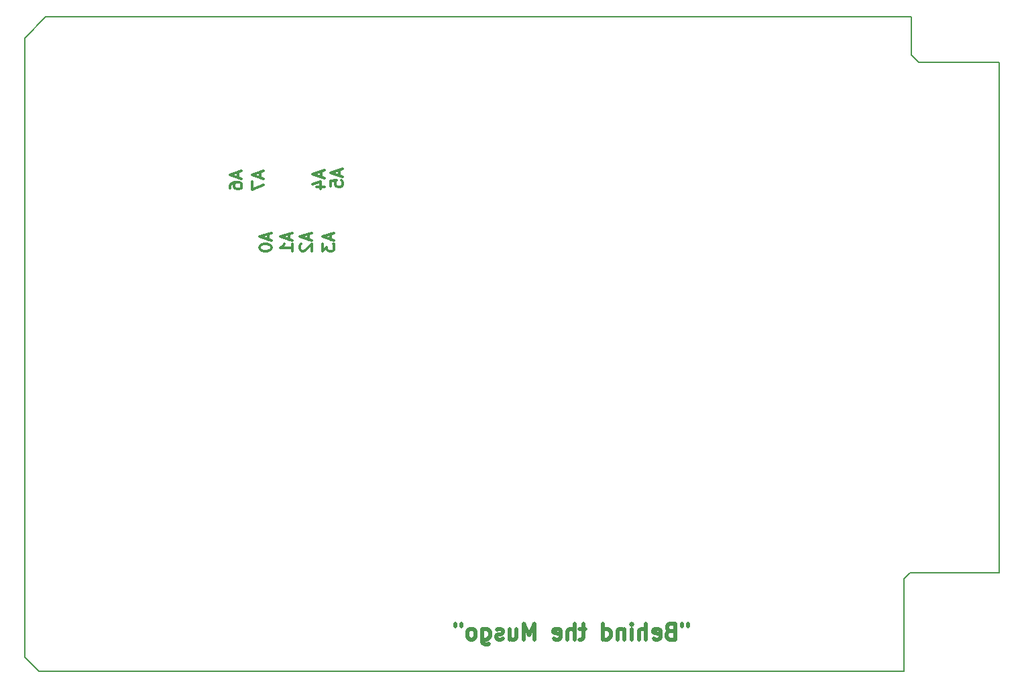
<source format=gbr>
%TF.GenerationSoftware,KiCad,Pcbnew,6.0.2+dfsg-1*%
%TF.CreationDate,2023-03-10T19:28:33+01:00*%
%TF.ProjectId,BtMusgo,42744d75-7367-46f2-9e6b-696361645f70,rev?*%
%TF.SameCoordinates,Original*%
%TF.FileFunction,Legend,Bot*%
%TF.FilePolarity,Positive*%
%FSLAX46Y46*%
G04 Gerber Fmt 4.6, Leading zero omitted, Abs format (unit mm)*
G04 Created by KiCad (PCBNEW 6.0.2+dfsg-1) date 2023-03-10 19:28:33*
%MOMM*%
%LPD*%
G01*
G04 APERTURE LIST*
%TA.AperFunction,Profile*%
%ADD10C,0.150000*%
%TD*%
%ADD11C,0.500000*%
%ADD12C,0.300000*%
%ADD13C,6.400000*%
%ADD14C,0.800000*%
%ADD15R,1.700000X1.700000*%
%ADD16O,1.700000X1.700000*%
%ADD17O,1.501140X2.199640*%
%ADD18R,2.500000X2.500000*%
%ADD19C,2.500000*%
%ADD20C,1.520000*%
%ADD21R,1.520000X1.520000*%
%ADD22C,1.600000*%
%ADD23O,1.600000X1.600000*%
%ADD24R,2.400000X1.600000*%
%ADD25O,2.400000X1.600000*%
%ADD26O,2.032000X2.540000*%
%ADD27R,2.000000X2.000000*%
%ADD28C,2.000000*%
G04 APERTURE END LIST*
D10*
X236067600Y-74930000D02*
X235153200Y-74066400D01*
X246227600Y-74930000D02*
X236067600Y-74930000D01*
X234950000Y-139496979D02*
X234238800Y-140208179D01*
X246227600Y-139496979D02*
X234950000Y-139496979D01*
D11*
X206992285Y-145907261D02*
X206992285Y-146288214D01*
X206230380Y-145907261D02*
X206230380Y-146288214D01*
X204706571Y-146859642D02*
X204420857Y-146954880D01*
X204325619Y-147050119D01*
X204230380Y-147240595D01*
X204230380Y-147526309D01*
X204325619Y-147716785D01*
X204420857Y-147812023D01*
X204611333Y-147907261D01*
X205373238Y-147907261D01*
X205373238Y-145907261D01*
X204706571Y-145907261D01*
X204516095Y-146002500D01*
X204420857Y-146097738D01*
X204325619Y-146288214D01*
X204325619Y-146478690D01*
X204420857Y-146669166D01*
X204516095Y-146764404D01*
X204706571Y-146859642D01*
X205373238Y-146859642D01*
X202611333Y-147812023D02*
X202801809Y-147907261D01*
X203182761Y-147907261D01*
X203373238Y-147812023D01*
X203468476Y-147621547D01*
X203468476Y-146859642D01*
X203373238Y-146669166D01*
X203182761Y-146573928D01*
X202801809Y-146573928D01*
X202611333Y-146669166D01*
X202516095Y-146859642D01*
X202516095Y-147050119D01*
X203468476Y-147240595D01*
X201658952Y-147907261D02*
X201658952Y-145907261D01*
X200801809Y-147907261D02*
X200801809Y-146859642D01*
X200897047Y-146669166D01*
X201087523Y-146573928D01*
X201373238Y-146573928D01*
X201563714Y-146669166D01*
X201658952Y-146764404D01*
X199849428Y-147907261D02*
X199849428Y-146573928D01*
X199849428Y-145907261D02*
X199944666Y-146002500D01*
X199849428Y-146097738D01*
X199754190Y-146002500D01*
X199849428Y-145907261D01*
X199849428Y-146097738D01*
X198897047Y-146573928D02*
X198897047Y-147907261D01*
X198897047Y-146764404D02*
X198801809Y-146669166D01*
X198611333Y-146573928D01*
X198325619Y-146573928D01*
X198135142Y-146669166D01*
X198039904Y-146859642D01*
X198039904Y-147907261D01*
X196230380Y-147907261D02*
X196230380Y-145907261D01*
X196230380Y-147812023D02*
X196420857Y-147907261D01*
X196801809Y-147907261D01*
X196992285Y-147812023D01*
X197087523Y-147716785D01*
X197182761Y-147526309D01*
X197182761Y-146954880D01*
X197087523Y-146764404D01*
X196992285Y-146669166D01*
X196801809Y-146573928D01*
X196420857Y-146573928D01*
X196230380Y-146669166D01*
X194039904Y-146573928D02*
X193278000Y-146573928D01*
X193754190Y-145907261D02*
X193754190Y-147621547D01*
X193658952Y-147812023D01*
X193468476Y-147907261D01*
X193278000Y-147907261D01*
X192611333Y-147907261D02*
X192611333Y-145907261D01*
X191754190Y-147907261D02*
X191754190Y-146859642D01*
X191849428Y-146669166D01*
X192039904Y-146573928D01*
X192325619Y-146573928D01*
X192516095Y-146669166D01*
X192611333Y-146764404D01*
X190039904Y-147812023D02*
X190230380Y-147907261D01*
X190611333Y-147907261D01*
X190801809Y-147812023D01*
X190897047Y-147621547D01*
X190897047Y-146859642D01*
X190801809Y-146669166D01*
X190611333Y-146573928D01*
X190230380Y-146573928D01*
X190039904Y-146669166D01*
X189944666Y-146859642D01*
X189944666Y-147050119D01*
X190897047Y-147240595D01*
X187563714Y-147907261D02*
X187563714Y-145907261D01*
X186897047Y-147335833D01*
X186230380Y-145907261D01*
X186230380Y-147907261D01*
X184420857Y-146573928D02*
X184420857Y-147907261D01*
X185278000Y-146573928D02*
X185278000Y-147621547D01*
X185182761Y-147812023D01*
X184992285Y-147907261D01*
X184706571Y-147907261D01*
X184516095Y-147812023D01*
X184420857Y-147716785D01*
X183563714Y-147812023D02*
X183373238Y-147907261D01*
X182992285Y-147907261D01*
X182801809Y-147812023D01*
X182706571Y-147621547D01*
X182706571Y-147526309D01*
X182801809Y-147335833D01*
X182992285Y-147240595D01*
X183278000Y-147240595D01*
X183468476Y-147145357D01*
X183563714Y-146954880D01*
X183563714Y-146859642D01*
X183468476Y-146669166D01*
X183278000Y-146573928D01*
X182992285Y-146573928D01*
X182801809Y-146669166D01*
X180992285Y-146573928D02*
X180992285Y-148192976D01*
X181087523Y-148383452D01*
X181182761Y-148478690D01*
X181373238Y-148573928D01*
X181658952Y-148573928D01*
X181849428Y-148478690D01*
X180992285Y-147812023D02*
X181182761Y-147907261D01*
X181563714Y-147907261D01*
X181754190Y-147812023D01*
X181849428Y-147716785D01*
X181944666Y-147526309D01*
X181944666Y-146954880D01*
X181849428Y-146764404D01*
X181754190Y-146669166D01*
X181563714Y-146573928D01*
X181182761Y-146573928D01*
X180992285Y-146669166D01*
X179754190Y-147907261D02*
X179944666Y-147812023D01*
X180039904Y-147716785D01*
X180135142Y-147526309D01*
X180135142Y-146954880D01*
X180039904Y-146764404D01*
X179944666Y-146669166D01*
X179754190Y-146573928D01*
X179468476Y-146573928D01*
X179278000Y-146669166D01*
X179182761Y-146764404D01*
X179087523Y-146954880D01*
X179087523Y-147526309D01*
X179182761Y-147716785D01*
X179278000Y-147812023D01*
X179468476Y-147907261D01*
X179754190Y-147907261D01*
X178325619Y-145907261D02*
X178325619Y-146288214D01*
X177563714Y-145907261D02*
X177563714Y-146288214D01*
D12*
X153920000Y-96655071D02*
X153920000Y-97369357D01*
X154348571Y-96512214D02*
X152848571Y-97012214D01*
X154348571Y-97512214D01*
X152848571Y-98297928D02*
X152848571Y-98440785D01*
X152920000Y-98583642D01*
X152991428Y-98655071D01*
X153134285Y-98726500D01*
X153420000Y-98797928D01*
X153777142Y-98797928D01*
X154062857Y-98726500D01*
X154205714Y-98655071D01*
X154277142Y-98583642D01*
X154348571Y-98440785D01*
X154348571Y-98297928D01*
X154277142Y-98155071D01*
X154205714Y-98083642D01*
X154062857Y-98012214D01*
X153777142Y-97940785D01*
X153420000Y-97940785D01*
X153134285Y-98012214D01*
X152991428Y-98083642D01*
X152920000Y-98155071D01*
X152848571Y-98297928D01*
X156587000Y-96655071D02*
X156587000Y-97369357D01*
X157015571Y-96512214D02*
X155515571Y-97012214D01*
X157015571Y-97512214D01*
X157015571Y-98797928D02*
X157015571Y-97940785D01*
X157015571Y-98369357D02*
X155515571Y-98369357D01*
X155729857Y-98226500D01*
X155872714Y-98083642D01*
X155944142Y-97940785D01*
X159000000Y-96655071D02*
X159000000Y-97369357D01*
X159428571Y-96512214D02*
X157928571Y-97012214D01*
X159428571Y-97512214D01*
X158071428Y-97940785D02*
X158000000Y-98012214D01*
X157928571Y-98155071D01*
X157928571Y-98512214D01*
X158000000Y-98655071D01*
X158071428Y-98726500D01*
X158214285Y-98797928D01*
X158357142Y-98797928D01*
X158571428Y-98726500D01*
X159428571Y-97869357D01*
X159428571Y-98797928D01*
X161857500Y-96655071D02*
X161857500Y-97369357D01*
X162286071Y-96512214D02*
X160786071Y-97012214D01*
X162286071Y-97512214D01*
X160786071Y-97869357D02*
X160786071Y-98797928D01*
X161357500Y-98297928D01*
X161357500Y-98512214D01*
X161428928Y-98655071D01*
X161500357Y-98726500D01*
X161643214Y-98797928D01*
X162000357Y-98797928D01*
X162143214Y-98726500D01*
X162214642Y-98655071D01*
X162286071Y-98512214D01*
X162286071Y-98083642D01*
X162214642Y-97940785D01*
X162143214Y-97869357D01*
X162937000Y-88590571D02*
X162937000Y-89304857D01*
X163365571Y-88447714D02*
X161865571Y-88947714D01*
X163365571Y-89447714D01*
X161865571Y-90662000D02*
X161865571Y-89947714D01*
X162579857Y-89876285D01*
X162508428Y-89947714D01*
X162437000Y-90090571D01*
X162437000Y-90447714D01*
X162508428Y-90590571D01*
X162579857Y-90662000D01*
X162722714Y-90733428D01*
X163079857Y-90733428D01*
X163222714Y-90662000D01*
X163294142Y-90590571D01*
X163365571Y-90447714D01*
X163365571Y-90090571D01*
X163294142Y-89947714D01*
X163222714Y-89876285D01*
X160651000Y-88717571D02*
X160651000Y-89431857D01*
X161079571Y-88574714D02*
X159579571Y-89074714D01*
X161079571Y-89574714D01*
X160079571Y-90717571D02*
X161079571Y-90717571D01*
X159508142Y-90360428D02*
X160579571Y-90003285D01*
X160579571Y-90931857D01*
X152967500Y-88844571D02*
X152967500Y-89558857D01*
X153396071Y-88701714D02*
X151896071Y-89201714D01*
X153396071Y-89701714D01*
X151896071Y-90058857D02*
X151896071Y-91058857D01*
X153396071Y-90416000D01*
X150173500Y-88844571D02*
X150173500Y-89558857D01*
X150602071Y-88701714D02*
X149102071Y-89201714D01*
X150602071Y-89701714D01*
X149102071Y-90844571D02*
X149102071Y-90558857D01*
X149173500Y-90416000D01*
X149244928Y-90344571D01*
X149459214Y-90201714D01*
X149744928Y-90130285D01*
X150316357Y-90130285D01*
X150459214Y-90201714D01*
X150530642Y-90273142D01*
X150602071Y-90416000D01*
X150602071Y-90701714D01*
X150530642Y-90844571D01*
X150459214Y-90916000D01*
X150316357Y-90987428D01*
X149959214Y-90987428D01*
X149816357Y-90916000D01*
X149744928Y-90844571D01*
X149673500Y-90701714D01*
X149673500Y-90416000D01*
X149744928Y-90273142D01*
X149816357Y-90201714D01*
X149959214Y-90130285D01*
D10*
X125882384Y-69240400D02*
X235153955Y-69240400D01*
X125882400Y-69240400D02*
X123240800Y-71932800D01*
X123240800Y-150114000D02*
X123240800Y-71932800D01*
X125018800Y-151892000D02*
X123240800Y-150114000D01*
X234238906Y-151892000D02*
X125018800Y-151892000D01*
X234238800Y-140206234D02*
X234238800Y-151892000D01*
X246227600Y-74930000D02*
X246227600Y-139496979D01*
X235153200Y-69240400D02*
X235153200Y-74066400D01*
%LPC*%
D13*
%TO.C,*%
X230428800Y-147015200D03*
D14*
X232828800Y-147015200D03*
X232125856Y-148712256D03*
X230428800Y-149415200D03*
X228731744Y-148712256D03*
X228028800Y-147015200D03*
X228731744Y-145318144D03*
X230428800Y-144615200D03*
X232125856Y-145318144D03*
%TD*%
D15*
%TO.C,J4*%
X150622000Y-102743000D03*
D16*
X150622000Y-105283000D03*
X150622000Y-107823000D03*
X150622000Y-110363000D03*
%TD*%
D17*
%TO.C,IC1*%
X152527000Y-92583000D03*
X149987000Y-92583000D03*
X171577000Y-79883000D03*
X169037000Y-79883000D03*
X166497000Y-79883000D03*
X163957000Y-79883000D03*
X161417000Y-79883000D03*
X158877000Y-79883000D03*
X156337000Y-79883000D03*
X153797000Y-79883000D03*
X151257000Y-79883000D03*
X148717000Y-79883000D03*
X146177000Y-79883000D03*
X143637000Y-79883000D03*
X143637000Y-95123000D03*
X146177000Y-95123000D03*
X148717000Y-95123000D03*
X151257000Y-95123000D03*
X153797000Y-95123000D03*
X156337000Y-95123000D03*
X158877000Y-95123000D03*
X161417000Y-95123000D03*
X163957000Y-95123000D03*
X166497000Y-95123000D03*
X169037000Y-95123000D03*
X171577000Y-95123000D03*
X160147000Y-92583000D03*
X162687000Y-92583000D03*
%TD*%
D13*
%TO.C,*%
X172618400Y-121462800D03*
D14*
X175018400Y-121462800D03*
X174315456Y-123159856D03*
X172618400Y-123862800D03*
X170921344Y-123159856D03*
X170218400Y-121462800D03*
X170921344Y-119765744D03*
X172618400Y-119062800D03*
X174315456Y-119765744D03*
%TD*%
D13*
%TO.C,*%
X239408000Y-106273600D03*
D14*
X241808000Y-106273600D03*
X241105056Y-107970656D03*
X239408000Y-108673600D03*
X237710944Y-107970656D03*
X237008000Y-106273600D03*
X237710944Y-104576544D03*
X239408000Y-103873600D03*
X241105056Y-104576544D03*
%TD*%
D13*
%TO.C,*%
X193171744Y-74299744D03*
D14*
X195571744Y-74299744D03*
X194868800Y-75996800D03*
X193171744Y-76699744D03*
X191474688Y-75996800D03*
X190771744Y-74299744D03*
X191474688Y-72602688D03*
X193171744Y-71899744D03*
X194868800Y-72602688D03*
%TD*%
D13*
%TO.C,REF\u002A\u002A*%
X134467600Y-139090400D03*
D14*
X136867600Y-139090400D03*
X136164656Y-140787456D03*
X134467600Y-141490400D03*
X132770544Y-140787456D03*
X132067600Y-139090400D03*
X132770544Y-137393344D03*
X134467600Y-136690400D03*
X136164656Y-137393344D03*
%TD*%
D18*
%TO.C,J1*%
X129032000Y-75645000D03*
D19*
X129032000Y-80645000D03*
%TD*%
D15*
%TO.C,J2*%
X126746000Y-130556000D03*
D16*
X129286000Y-130556000D03*
X131826000Y-130556000D03*
X134366000Y-130556000D03*
X136906000Y-130556000D03*
X139446000Y-130556000D03*
X141986000Y-130556000D03*
%TD*%
D15*
%TO.C,J3*%
X126111000Y-106299000D03*
D16*
X128651000Y-106299000D03*
X131191000Y-106299000D03*
X133731000Y-106299000D03*
X136271000Y-106299000D03*
X138811000Y-106299000D03*
X141351000Y-106299000D03*
%TD*%
D20*
%TO.C,Q1*%
X148209000Y-120777000D03*
X148209000Y-123317000D03*
D21*
X148209000Y-118237000D03*
%TD*%
D20*
%TO.C,Q2*%
X164465000Y-73152000D03*
X164465000Y-70612000D03*
D21*
X164465000Y-75692000D03*
%TD*%
D22*
%TO.C,R1*%
X165735000Y-120777000D03*
D23*
X155575000Y-120777000D03*
%TD*%
D22*
%TO.C,R2*%
X158750000Y-73914000D03*
D23*
X148590000Y-73914000D03*
%TD*%
D18*
%TO.C,R3*%
X226267000Y-134493000D03*
D19*
X231267000Y-134493000D03*
%TD*%
D18*
%TO.C,R4*%
X238522500Y-134429500D03*
D19*
X243522500Y-134429500D03*
%TD*%
D18*
%TO.C,R5*%
X202391000Y-134493000D03*
D19*
X207391000Y-134493000D03*
%TD*%
D18*
%TO.C,R6*%
X214202000Y-134683500D03*
D19*
X219202000Y-134683500D03*
%TD*%
D22*
%TO.C,R7*%
X225107500Y-125349000D03*
D23*
X225107500Y-115189000D03*
%TD*%
D22*
%TO.C,R8*%
X201295000Y-125476000D03*
D23*
X201295000Y-115316000D03*
%TD*%
D22*
%TO.C,R9*%
X213169500Y-125412500D03*
D23*
X213169500Y-115252500D03*
%TD*%
D22*
%TO.C,R10*%
X237236000Y-125412500D03*
D23*
X237236000Y-115252500D03*
%TD*%
D18*
%TO.C,R11*%
X226267000Y-80518000D03*
D19*
X231267000Y-80518000D03*
%TD*%
D18*
%TO.C,R12*%
X202264000Y-80645000D03*
D19*
X207264000Y-80645000D03*
%TD*%
D18*
%TO.C,R13*%
X214329000Y-80581500D03*
D19*
X219329000Y-80581500D03*
%TD*%
D18*
%TO.C,R14*%
X238315500Y-80581500D03*
D19*
X243315500Y-80581500D03*
%TD*%
D22*
%TO.C,R15*%
X225234500Y-89344500D03*
D23*
X225234500Y-99504500D03*
%TD*%
D22*
%TO.C,R16*%
X201358500Y-89471500D03*
D23*
X201358500Y-99631500D03*
%TD*%
D22*
%TO.C,R17*%
X213233000Y-89408000D03*
D23*
X213233000Y-99568000D03*
%TD*%
D22*
%TO.C,R18*%
X237236000Y-89344500D03*
D23*
X237236000Y-99504500D03*
%TD*%
D24*
%TO.C,U1*%
X185674000Y-110236000D03*
D25*
X193294000Y-125476000D03*
X185674000Y-112776000D03*
X193294000Y-122936000D03*
X185674000Y-115316000D03*
X193294000Y-120396000D03*
X185674000Y-117856000D03*
X193294000Y-117856000D03*
X185674000Y-120396000D03*
X193294000Y-115316000D03*
X185674000Y-122936000D03*
X193294000Y-112776000D03*
X185674000Y-125476000D03*
X193294000Y-110236000D03*
%TD*%
D24*
%TO.C,U2*%
X185420000Y-88011000D03*
D25*
X193040000Y-103251000D03*
X185420000Y-90551000D03*
X193040000Y-100711000D03*
X185420000Y-93091000D03*
X193040000Y-98171000D03*
X185420000Y-95631000D03*
X193040000Y-95631000D03*
X185420000Y-98171000D03*
X193040000Y-93091000D03*
X185420000Y-100711000D03*
X193040000Y-90551000D03*
X185420000Y-103251000D03*
X193040000Y-88011000D03*
%TD*%
D26*
%TO.C,U3*%
X131699000Y-87630000D03*
X129159000Y-87630000D03*
X134239000Y-87630000D03*
%TD*%
D13*
%TO.C,*%
X141224000Y-74269600D03*
D14*
X143624000Y-74269600D03*
X142921056Y-75966656D03*
X141224000Y-76669600D03*
X139526944Y-75966656D03*
X138824000Y-74269600D03*
X139526944Y-72572544D03*
X141224000Y-71869600D03*
X142921056Y-72572544D03*
%TD*%
D27*
%TO.C,C1*%
X182245000Y-82279500D03*
D28*
X182245000Y-77279500D03*
%TD*%
D22*
%TO.C,R19*%
X160629600Y-104140000D03*
D23*
X160629600Y-114300000D03*
%TD*%
M02*

</source>
